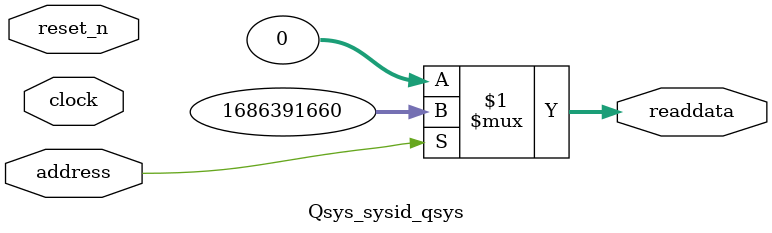
<source format=v>



// synthesis translate_off
`timescale 1ns / 1ps
// synthesis translate_on

// turn off superfluous verilog processor warnings 
// altera message_level Level1 
// altera message_off 10034 10035 10036 10037 10230 10240 10030 

module Qsys_sysid_qsys (
               // inputs:
                address,
                clock,
                reset_n,

               // outputs:
                readdata
             )
;

  output  [ 31: 0] readdata;
  input            address;
  input            clock;
  input            reset_n;

  wire    [ 31: 0] readdata;
  //control_slave, which is an e_avalon_slave
  assign readdata = address ? 1686391660 : 0;

endmodule



</source>
